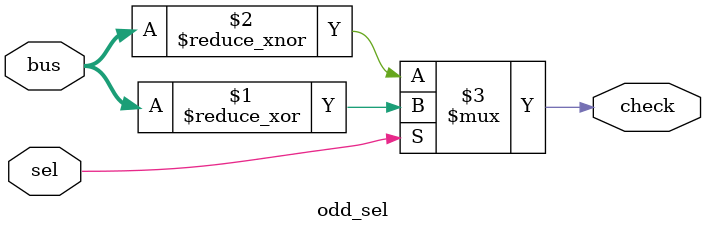
<source format=v>
`timescale 1ns/1ns
module odd_sel(
input [31:0] bus,
input sel,
output check
);
//*************code***********//
assign check = (sel) ? ^bus : ~^bus;
//*************code***********//
endmodule
</source>
